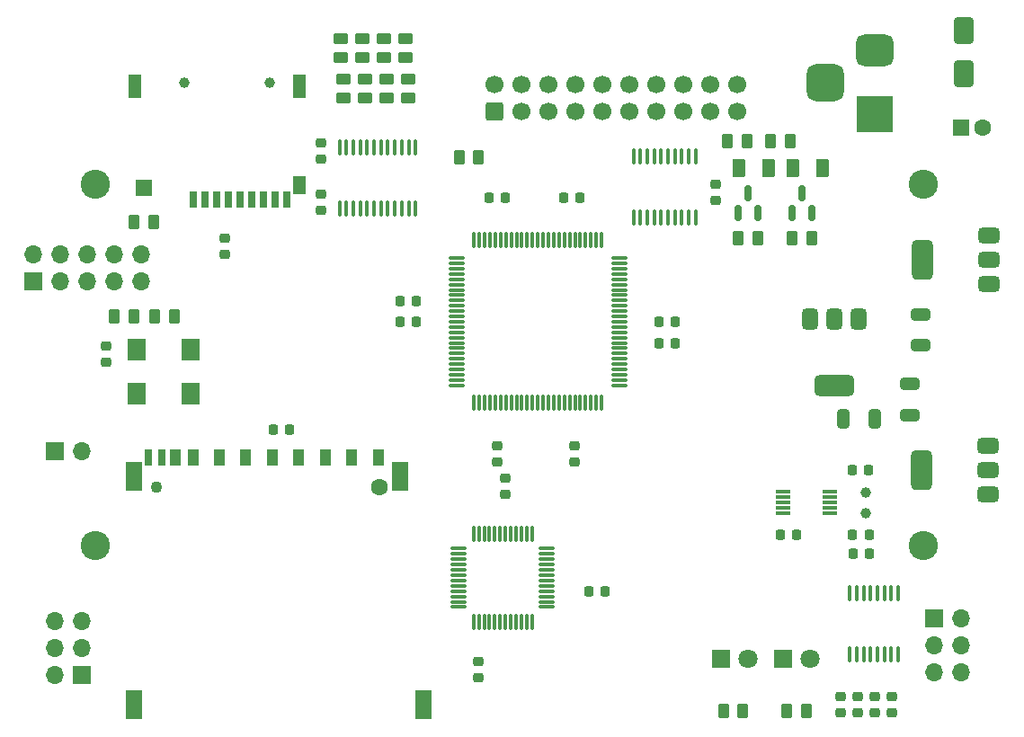
<source format=gts>
G04 #@! TF.GenerationSoftware,KiCad,Pcbnew,7.0.10-7.0.10~ubuntu22.04.1*
G04 #@! TF.CreationDate,2024-03-30T20:23:11+11:00*
G04 #@! TF.ProjectId,AtariHDisk4,41746172-6948-4446-9973-6b342e6b6963,rev?*
G04 #@! TF.SameCoordinates,Original*
G04 #@! TF.FileFunction,Soldermask,Top*
G04 #@! TF.FilePolarity,Negative*
%FSLAX46Y46*%
G04 Gerber Fmt 4.6, Leading zero omitted, Abs format (unit mm)*
G04 Created by KiCad (PCBNEW 7.0.10-7.0.10~ubuntu22.04.1) date 2024-03-30 20:23:11*
%MOMM*%
%LPD*%
G01*
G04 APERTURE LIST*
G04 Aperture macros list*
%AMRoundRect*
0 Rectangle with rounded corners*
0 $1 Rounding radius*
0 $2 $3 $4 $5 $6 $7 $8 $9 X,Y pos of 4 corners*
0 Add a 4 corners polygon primitive as box body*
4,1,4,$2,$3,$4,$5,$6,$7,$8,$9,$2,$3,0*
0 Add four circle primitives for the rounded corners*
1,1,$1+$1,$2,$3*
1,1,$1+$1,$4,$5*
1,1,$1+$1,$6,$7*
1,1,$1+$1,$8,$9*
0 Add four rect primitives between the rounded corners*
20,1,$1+$1,$2,$3,$4,$5,0*
20,1,$1+$1,$4,$5,$6,$7,0*
20,1,$1+$1,$6,$7,$8,$9,0*
20,1,$1+$1,$8,$9,$2,$3,0*%
G04 Aperture macros list end*
%ADD10RoundRect,0.250000X0.650000X-1.000000X0.650000X1.000000X-0.650000X1.000000X-0.650000X-1.000000X0*%
%ADD11RoundRect,0.250000X0.650000X-0.325000X0.650000X0.325000X-0.650000X0.325000X-0.650000X-0.325000X0*%
%ADD12R,1.700000X1.700000*%
%ADD13O,1.700000X1.700000*%
%ADD14R,1.600000X1.600000*%
%ADD15C,1.600000*%
%ADD16RoundRect,0.250000X-0.262500X-0.450000X0.262500X-0.450000X0.262500X0.450000X-0.262500X0.450000X0*%
%ADD17RoundRect,0.225000X-0.225000X-0.250000X0.225000X-0.250000X0.225000X0.250000X-0.225000X0.250000X0*%
%ADD18RoundRect,0.225000X0.225000X0.250000X-0.225000X0.250000X-0.225000X-0.250000X0.225000X-0.250000X0*%
%ADD19C,2.750000*%
%ADD20RoundRect,0.375000X0.625000X0.375000X-0.625000X0.375000X-0.625000X-0.375000X0.625000X-0.375000X0*%
%ADD21RoundRect,0.500000X0.500000X1.400000X-0.500000X1.400000X-0.500000X-1.400000X0.500000X-1.400000X0*%
%ADD22RoundRect,0.375000X-0.375000X0.625000X-0.375000X-0.625000X0.375000X-0.625000X0.375000X0.625000X0*%
%ADD23RoundRect,0.500000X-1.400000X0.500000X-1.400000X-0.500000X1.400000X-0.500000X1.400000X0.500000X0*%
%ADD24RoundRect,0.250000X0.325000X0.650000X-0.325000X0.650000X-0.325000X-0.650000X0.325000X-0.650000X0*%
%ADD25R,1.800000X2.000000*%
%ADD26RoundRect,0.225000X-0.250000X0.225000X-0.250000X-0.225000X0.250000X-0.225000X0.250000X0.225000X0*%
%ADD27R,3.500000X3.500000*%
%ADD28RoundRect,0.750000X-1.000000X0.750000X-1.000000X-0.750000X1.000000X-0.750000X1.000000X0.750000X0*%
%ADD29RoundRect,0.875000X-0.875000X0.875000X-0.875000X-0.875000X0.875000X-0.875000X0.875000X0.875000X0*%
%ADD30RoundRect,0.075000X-0.662500X-0.075000X0.662500X-0.075000X0.662500X0.075000X-0.662500X0.075000X0*%
%ADD31RoundRect,0.075000X-0.075000X-0.662500X0.075000X-0.662500X0.075000X0.662500X-0.075000X0.662500X0*%
%ADD32R,1.400000X0.300000*%
%ADD33RoundRect,0.225000X0.250000X-0.225000X0.250000X0.225000X-0.250000X0.225000X-0.250000X-0.225000X0*%
%ADD34R,1.800000X1.800000*%
%ADD35C,1.800000*%
%ADD36RoundRect,0.250000X0.450000X-0.262500X0.450000X0.262500X-0.450000X0.262500X-0.450000X-0.262500X0*%
%ADD37RoundRect,0.150000X0.150000X-0.587500X0.150000X0.587500X-0.150000X0.587500X-0.150000X-0.587500X0*%
%ADD38RoundRect,0.100000X0.100000X-0.637500X0.100000X0.637500X-0.100000X0.637500X-0.100000X-0.637500X0*%
%ADD39C,1.000000*%
%ADD40R,0.700000X1.600000*%
%ADD41R,1.200000X1.800000*%
%ADD42R,1.200000X2.200000*%
%ADD43R,1.600000X1.500000*%
%ADD44RoundRect,0.250000X0.375000X0.625000X-0.375000X0.625000X-0.375000X-0.625000X0.375000X-0.625000X0*%
%ADD45RoundRect,0.250000X0.262500X0.450000X-0.262500X0.450000X-0.262500X-0.450000X0.262500X-0.450000X0*%
%ADD46C,1.100000*%
%ADD47R,1.000000X1.500000*%
%ADD48R,0.700000X1.500000*%
%ADD49R,1.500000X2.800000*%
%ADD50RoundRect,0.100000X-0.100000X0.637500X-0.100000X-0.637500X0.100000X-0.637500X0.100000X0.637500X0*%
%ADD51RoundRect,0.250000X0.600000X-0.600000X0.600000X0.600000X-0.600000X0.600000X-0.600000X-0.600000X0*%
%ADD52C,1.700000*%
G04 APERTURE END LIST*
D10*
X146304000Y-66516000D03*
X146304000Y-62516000D03*
D11*
X142240000Y-92153000D03*
X142240000Y-89203000D03*
D12*
X63246000Y-123190000D03*
D13*
X60706000Y-123190000D03*
X63246000Y-120650000D03*
X60706000Y-120650000D03*
X63246000Y-118110000D03*
X60706000Y-118110000D03*
D14*
X146050000Y-71628000D03*
D15*
X148050000Y-71628000D03*
D12*
X58674000Y-86106000D03*
D13*
X58674000Y-83566000D03*
X61214000Y-86106000D03*
X61214000Y-83566000D03*
X63754000Y-86106000D03*
X63754000Y-83566000D03*
X66294000Y-86106000D03*
X66294000Y-83566000D03*
X68834000Y-86106000D03*
X68834000Y-83566000D03*
D16*
X70104000Y-89408000D03*
X71929000Y-89408000D03*
X66294000Y-89408000D03*
X68119000Y-89408000D03*
X68175500Y-80518000D03*
X70000500Y-80518000D03*
D17*
X117589000Y-91948000D03*
X119139000Y-91948000D03*
D18*
X110134400Y-78232000D03*
X108584400Y-78232000D03*
X94742000Y-89916000D03*
X93192000Y-89916000D03*
D17*
X117589000Y-89916000D03*
X119139000Y-89916000D03*
D18*
X94742000Y-87934800D03*
X93192000Y-87934800D03*
D19*
X142494000Y-110998000D03*
X142494000Y-76962000D03*
D20*
X148590000Y-106186000D03*
X148590000Y-103886000D03*
D21*
X142290000Y-103886000D03*
D20*
X148590000Y-101586000D03*
D22*
X136412000Y-89662000D03*
X134112000Y-89662000D03*
D23*
X134112000Y-95962000D03*
D22*
X131812000Y-89662000D03*
D11*
X141224000Y-98708000D03*
X141224000Y-95758000D03*
D24*
X137873000Y-99060000D03*
X134923000Y-99060000D03*
D25*
X68402200Y-96710800D03*
X73482200Y-96710800D03*
X73482200Y-92510800D03*
X68402200Y-92510800D03*
D26*
X102362000Y-101600000D03*
X102362000Y-103150000D03*
D19*
X64516000Y-76962000D03*
X64516000Y-110998000D03*
D27*
X137922000Y-70358000D03*
D28*
X137922000Y-64358000D03*
D29*
X133222000Y-67358000D03*
D17*
X135864000Y-111760000D03*
X137414000Y-111760000D03*
D26*
X76708000Y-82029000D03*
X76708000Y-83579000D03*
D30*
X98509500Y-83916000D03*
X98509500Y-84416000D03*
X98509500Y-84916000D03*
X98509500Y-85416000D03*
X98509500Y-85916000D03*
X98509500Y-86416000D03*
X98509500Y-86916000D03*
X98509500Y-87416000D03*
X98509500Y-87916000D03*
X98509500Y-88416000D03*
X98509500Y-88916000D03*
X98509500Y-89416000D03*
X98509500Y-89916000D03*
X98509500Y-90416000D03*
X98509500Y-90916000D03*
X98509500Y-91416000D03*
X98509500Y-91916000D03*
X98509500Y-92416000D03*
X98509500Y-92916000D03*
X98509500Y-93416000D03*
X98509500Y-93916000D03*
X98509500Y-94416000D03*
X98509500Y-94916000D03*
X98509500Y-95416000D03*
X98509500Y-95916000D03*
D31*
X100172000Y-97578500D03*
X100672000Y-97578500D03*
X101172000Y-97578500D03*
X101672000Y-97578500D03*
X102172000Y-97578500D03*
X102672000Y-97578500D03*
X103172000Y-97578500D03*
X103672000Y-97578500D03*
X104172000Y-97578500D03*
X104672000Y-97578500D03*
X105172000Y-97578500D03*
X105672000Y-97578500D03*
X106172000Y-97578500D03*
X106672000Y-97578500D03*
X107172000Y-97578500D03*
X107672000Y-97578500D03*
X108172000Y-97578500D03*
X108672000Y-97578500D03*
X109172000Y-97578500D03*
X109672000Y-97578500D03*
X110172000Y-97578500D03*
X110672000Y-97578500D03*
X111172000Y-97578500D03*
X111672000Y-97578500D03*
X112172000Y-97578500D03*
D30*
X113834500Y-95916000D03*
X113834500Y-95416000D03*
X113834500Y-94916000D03*
X113834500Y-94416000D03*
X113834500Y-93916000D03*
X113834500Y-93416000D03*
X113834500Y-92916000D03*
X113834500Y-92416000D03*
X113834500Y-91916000D03*
X113834500Y-91416000D03*
X113834500Y-90916000D03*
X113834500Y-90416000D03*
X113834500Y-89916000D03*
X113834500Y-89416000D03*
X113834500Y-88916000D03*
X113834500Y-88416000D03*
X113834500Y-87916000D03*
X113834500Y-87416000D03*
X113834500Y-86916000D03*
X113834500Y-86416000D03*
X113834500Y-85916000D03*
X113834500Y-85416000D03*
X113834500Y-84916000D03*
X113834500Y-84416000D03*
X113834500Y-83916000D03*
D31*
X112172000Y-82253500D03*
X111672000Y-82253500D03*
X111172000Y-82253500D03*
X110672000Y-82253500D03*
X110172000Y-82253500D03*
X109672000Y-82253500D03*
X109172000Y-82253500D03*
X108672000Y-82253500D03*
X108172000Y-82253500D03*
X107672000Y-82253500D03*
X107172000Y-82253500D03*
X106672000Y-82253500D03*
X106172000Y-82253500D03*
X105672000Y-82253500D03*
X105172000Y-82253500D03*
X104672000Y-82253500D03*
X104172000Y-82253500D03*
X103672000Y-82253500D03*
X103172000Y-82253500D03*
X102672000Y-82253500D03*
X102172000Y-82253500D03*
X101672000Y-82253500D03*
X101172000Y-82253500D03*
X100672000Y-82253500D03*
X100172000Y-82253500D03*
D32*
X133686000Y-107918000D03*
X133686000Y-107418000D03*
X133686000Y-106918000D03*
X133686000Y-106418000D03*
X133686000Y-105918000D03*
X129286000Y-105918000D03*
X129286000Y-106418000D03*
X129286000Y-106918000D03*
X129286000Y-107418000D03*
X129286000Y-107918000D03*
D20*
X148692000Y-86374000D03*
X148692000Y-84074000D03*
D21*
X142392000Y-84074000D03*
D20*
X148692000Y-81774000D03*
D33*
X85751000Y-79446500D03*
X85751000Y-77896500D03*
D34*
X123444000Y-121666000D03*
D35*
X125984000Y-121666000D03*
D26*
X136296400Y-125196600D03*
X136296400Y-126746600D03*
D12*
X60706000Y-102108000D03*
D13*
X63246000Y-102108000D03*
D26*
X100584000Y-121920000D03*
X100584000Y-123470000D03*
D30*
X98707500Y-111296000D03*
X98707500Y-111796000D03*
X98707500Y-112296000D03*
X98707500Y-112796000D03*
X98707500Y-113296000D03*
X98707500Y-113796000D03*
X98707500Y-114296000D03*
X98707500Y-114796000D03*
X98707500Y-115296000D03*
X98707500Y-115796000D03*
X98707500Y-116296000D03*
X98707500Y-116796000D03*
D31*
X100120000Y-118208500D03*
X100620000Y-118208500D03*
X101120000Y-118208500D03*
X101620000Y-118208500D03*
X102120000Y-118208500D03*
X102620000Y-118208500D03*
X103120000Y-118208500D03*
X103620000Y-118208500D03*
X104120000Y-118208500D03*
X104620000Y-118208500D03*
X105120000Y-118208500D03*
X105620000Y-118208500D03*
D30*
X107032500Y-116796000D03*
X107032500Y-116296000D03*
X107032500Y-115796000D03*
X107032500Y-115296000D03*
X107032500Y-114796000D03*
X107032500Y-114296000D03*
X107032500Y-113796000D03*
X107032500Y-113296000D03*
X107032500Y-112796000D03*
X107032500Y-112296000D03*
X107032500Y-111796000D03*
X107032500Y-111296000D03*
D31*
X105620000Y-109883500D03*
X105120000Y-109883500D03*
X104620000Y-109883500D03*
X104120000Y-109883500D03*
X103620000Y-109883500D03*
X103120000Y-109883500D03*
X102620000Y-109883500D03*
X102120000Y-109883500D03*
X101620000Y-109883500D03*
X101120000Y-109883500D03*
X100620000Y-109883500D03*
X100120000Y-109883500D03*
D17*
X110998000Y-115316000D03*
X112548000Y-115316000D03*
D36*
X91948000Y-68881000D03*
X91948000Y-67056000D03*
D37*
X130114000Y-79677500D03*
X132014000Y-79677500D03*
X131064000Y-77802500D03*
X125034000Y-79677500D03*
X126934000Y-79677500D03*
X125984000Y-77802500D03*
D38*
X135570800Y-121226500D03*
X136220800Y-121226500D03*
X136870800Y-121226500D03*
X137520800Y-121226500D03*
X138170800Y-121226500D03*
X138820800Y-121226500D03*
X139470800Y-121226500D03*
X140120800Y-121226500D03*
X140120800Y-115501500D03*
X139470800Y-115501500D03*
X138820800Y-115501500D03*
X138170800Y-115501500D03*
X137520800Y-115501500D03*
X136870800Y-115501500D03*
X136220800Y-115501500D03*
X135570800Y-115501500D03*
D36*
X91694000Y-65071000D03*
X91694000Y-63246000D03*
D39*
X137083000Y-106020000D03*
X137083000Y-107920000D03*
X80896000Y-67374000D03*
X72896000Y-67374000D03*
D40*
X73746000Y-78374000D03*
X74846000Y-78374000D03*
X75946000Y-78374000D03*
X77046000Y-78374000D03*
X78146000Y-78374000D03*
X79246000Y-78374000D03*
X80346000Y-78374000D03*
X81446000Y-78374000D03*
X82546000Y-78374000D03*
D41*
X83746000Y-77074000D03*
D42*
X83746000Y-67774000D03*
D43*
X69096000Y-77324000D03*
D42*
X68246000Y-67774000D03*
D26*
X85751000Y-73070500D03*
X85751000Y-74620500D03*
D36*
X87630000Y-65071000D03*
X87630000Y-63246000D03*
X87884000Y-68881000D03*
X87884000Y-67056000D03*
X93726000Y-65071000D03*
X93726000Y-63246000D03*
D44*
X132972000Y-75438000D03*
X130172000Y-75438000D03*
D45*
X129944500Y-72898000D03*
X128119500Y-72898000D03*
D44*
X127892000Y-75438000D03*
X125092000Y-75438000D03*
D17*
X81280000Y-100076000D03*
X82830000Y-100076000D03*
D34*
X129286000Y-121666000D03*
D35*
X131826000Y-121666000D03*
D36*
X89916000Y-68881000D03*
X89916000Y-67056000D03*
D45*
X126896500Y-82042000D03*
X125071500Y-82042000D03*
X131976500Y-82042000D03*
X130151500Y-82042000D03*
D16*
X98759000Y-74422000D03*
X100584000Y-74422000D03*
D33*
X122936000Y-78499000D03*
X122936000Y-76949000D03*
D26*
X139496800Y-125196600D03*
X139496800Y-126746600D03*
D46*
X70288000Y-105484000D03*
D15*
X91288000Y-105484000D03*
D47*
X88663000Y-102684000D03*
X86163000Y-102684000D03*
X83663000Y-102684000D03*
X81163000Y-102684000D03*
X78663000Y-102684000D03*
X76163000Y-102684000D03*
X73738000Y-102684000D03*
X72038000Y-102684000D03*
X91163000Y-102684000D03*
D48*
X70738000Y-102684000D03*
X69538000Y-102684000D03*
D49*
X68138000Y-104484000D03*
X93238000Y-104484000D03*
X68138000Y-125984000D03*
X95438000Y-125984000D03*
D50*
X121035000Y-74353500D03*
X120385000Y-74353500D03*
X119735000Y-74353500D03*
X119085000Y-74353500D03*
X118435000Y-74353500D03*
X117785000Y-74353500D03*
X117135000Y-74353500D03*
X116485000Y-74353500D03*
X115835000Y-74353500D03*
X115185000Y-74353500D03*
X115185000Y-80078500D03*
X115835000Y-80078500D03*
X116485000Y-80078500D03*
X117135000Y-80078500D03*
X117785000Y-80078500D03*
X118435000Y-80078500D03*
X119085000Y-80078500D03*
X119735000Y-80078500D03*
X120385000Y-80078500D03*
X121035000Y-80078500D03*
D33*
X103124000Y-106185000D03*
X103124000Y-104635000D03*
D18*
X103137000Y-78232000D03*
X101587000Y-78232000D03*
D17*
X128981000Y-109952000D03*
X130531000Y-109952000D03*
D36*
X93980000Y-68881000D03*
X93980000Y-67056000D03*
D26*
X109626400Y-101600000D03*
X109626400Y-103150000D03*
D16*
X123651000Y-126595500D03*
X125476000Y-126595500D03*
D12*
X143535400Y-117830600D03*
D13*
X146075400Y-117830600D03*
X143535400Y-120370600D03*
X146075400Y-120370600D03*
X143535400Y-122910600D03*
X146075400Y-122910600D03*
D18*
X137363000Y-109952000D03*
X135813000Y-109952000D03*
X137337000Y-103856000D03*
X135787000Y-103856000D03*
D26*
X134696200Y-125197200D03*
X134696200Y-126747200D03*
D16*
X129643500Y-126595500D03*
X131468500Y-126595500D03*
D45*
X125880500Y-72898000D03*
X124055500Y-72898000D03*
D26*
X65532000Y-92202000D03*
X65532000Y-93752000D03*
D38*
X87510000Y-79248000D03*
X88160000Y-79248000D03*
X88810000Y-79248000D03*
X89460000Y-79248000D03*
X90110000Y-79248000D03*
X90760000Y-79248000D03*
X91410000Y-79248000D03*
X92060000Y-79248000D03*
X92710000Y-79248000D03*
X93360000Y-79248000D03*
X94010000Y-79248000D03*
X94660000Y-79248000D03*
X94660000Y-73523000D03*
X94010000Y-73523000D03*
X93360000Y-73523000D03*
X92710000Y-73523000D03*
X92060000Y-73523000D03*
X91410000Y-73523000D03*
X90760000Y-73523000D03*
X90110000Y-73523000D03*
X89460000Y-73523000D03*
X88810000Y-73523000D03*
X88160000Y-73523000D03*
X87510000Y-73523000D03*
D26*
X137896600Y-125197200D03*
X137896600Y-126747200D03*
D36*
X89662000Y-65071000D03*
X89662000Y-63246000D03*
D51*
X102108000Y-70104000D03*
D52*
X104648000Y-70104000D03*
X107188000Y-70104000D03*
X109728000Y-70104000D03*
X112268000Y-70104000D03*
X114808000Y-70104000D03*
X117348000Y-70104000D03*
X119888000Y-70104000D03*
X122428000Y-70104000D03*
X124968000Y-70104000D03*
X102108000Y-67564000D03*
X104648000Y-67564000D03*
X107188000Y-67564000D03*
X109728000Y-67564000D03*
X112268000Y-67564000D03*
X114808000Y-67564000D03*
X117348000Y-67564000D03*
X119888000Y-67564000D03*
X122428000Y-67564000D03*
X124968000Y-67564000D03*
M02*

</source>
